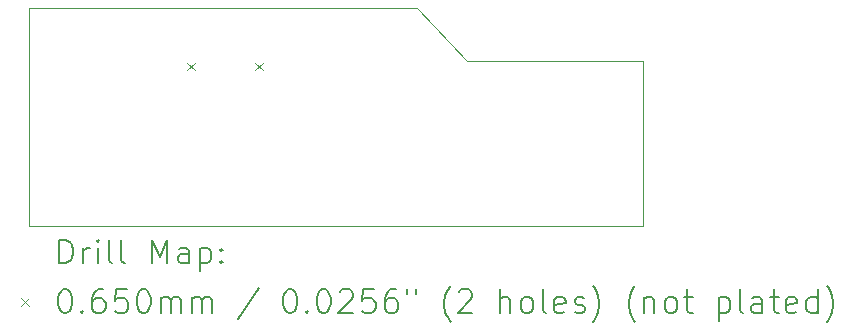
<source format=gbr>
%TF.GenerationSoftware,KiCad,Pcbnew,9.0.7-9.0.7~ubuntu24.04.1*%
%TF.CreationDate,2026-01-11T20:29:39+01:00*%
%TF.ProjectId,mfi,6d66692e-6b69-4636-9164-5f7063625858,rev?*%
%TF.SameCoordinates,Original*%
%TF.FileFunction,Drillmap*%
%TF.FilePolarity,Positive*%
%FSLAX45Y45*%
G04 Gerber Fmt 4.5, Leading zero omitted, Abs format (unit mm)*
G04 Created by KiCad (PCBNEW 9.0.7-9.0.7~ubuntu24.04.1) date 2026-01-11 20:29:39*
%MOMM*%
%LPD*%
G01*
G04 APERTURE LIST*
%ADD10C,0.010000*%
%ADD11C,0.200000*%
%ADD12C,0.100000*%
G04 APERTURE END LIST*
D10*
X13710000Y-11600000D02*
X15200000Y-11600000D01*
X13290000Y-11150000D02*
X13710000Y-11600000D01*
X10000000Y-13000000D02*
X15200000Y-13000000D01*
X10000000Y-11150000D02*
X13290000Y-11150000D01*
X15200000Y-11600000D02*
X15200000Y-13000000D01*
X10000000Y-11150000D02*
X10000000Y-13000000D01*
D11*
D12*
X11339500Y-11612500D02*
X11404500Y-11677500D01*
X11404500Y-11612500D02*
X11339500Y-11677500D01*
X11917500Y-11612500D02*
X11982500Y-11677500D01*
X11982500Y-11612500D02*
X11917500Y-11677500D01*
D11*
X10260277Y-13311984D02*
X10260277Y-13111984D01*
X10260277Y-13111984D02*
X10307896Y-13111984D01*
X10307896Y-13111984D02*
X10336467Y-13121508D01*
X10336467Y-13121508D02*
X10355515Y-13140555D01*
X10355515Y-13140555D02*
X10365039Y-13159603D01*
X10365039Y-13159603D02*
X10374563Y-13197698D01*
X10374563Y-13197698D02*
X10374563Y-13226269D01*
X10374563Y-13226269D02*
X10365039Y-13264365D01*
X10365039Y-13264365D02*
X10355515Y-13283412D01*
X10355515Y-13283412D02*
X10336467Y-13302460D01*
X10336467Y-13302460D02*
X10307896Y-13311984D01*
X10307896Y-13311984D02*
X10260277Y-13311984D01*
X10460277Y-13311984D02*
X10460277Y-13178650D01*
X10460277Y-13216746D02*
X10469801Y-13197698D01*
X10469801Y-13197698D02*
X10479324Y-13188174D01*
X10479324Y-13188174D02*
X10498372Y-13178650D01*
X10498372Y-13178650D02*
X10517420Y-13178650D01*
X10584086Y-13311984D02*
X10584086Y-13178650D01*
X10584086Y-13111984D02*
X10574563Y-13121508D01*
X10574563Y-13121508D02*
X10584086Y-13131031D01*
X10584086Y-13131031D02*
X10593610Y-13121508D01*
X10593610Y-13121508D02*
X10584086Y-13111984D01*
X10584086Y-13111984D02*
X10584086Y-13131031D01*
X10707896Y-13311984D02*
X10688848Y-13302460D01*
X10688848Y-13302460D02*
X10679324Y-13283412D01*
X10679324Y-13283412D02*
X10679324Y-13111984D01*
X10812658Y-13311984D02*
X10793610Y-13302460D01*
X10793610Y-13302460D02*
X10784086Y-13283412D01*
X10784086Y-13283412D02*
X10784086Y-13111984D01*
X11041229Y-13311984D02*
X11041229Y-13111984D01*
X11041229Y-13111984D02*
X11107896Y-13254841D01*
X11107896Y-13254841D02*
X11174563Y-13111984D01*
X11174563Y-13111984D02*
X11174563Y-13311984D01*
X11355515Y-13311984D02*
X11355515Y-13207222D01*
X11355515Y-13207222D02*
X11345991Y-13188174D01*
X11345991Y-13188174D02*
X11326943Y-13178650D01*
X11326943Y-13178650D02*
X11288848Y-13178650D01*
X11288848Y-13178650D02*
X11269801Y-13188174D01*
X11355515Y-13302460D02*
X11336467Y-13311984D01*
X11336467Y-13311984D02*
X11288848Y-13311984D01*
X11288848Y-13311984D02*
X11269801Y-13302460D01*
X11269801Y-13302460D02*
X11260277Y-13283412D01*
X11260277Y-13283412D02*
X11260277Y-13264365D01*
X11260277Y-13264365D02*
X11269801Y-13245317D01*
X11269801Y-13245317D02*
X11288848Y-13235793D01*
X11288848Y-13235793D02*
X11336467Y-13235793D01*
X11336467Y-13235793D02*
X11355515Y-13226269D01*
X11450753Y-13178650D02*
X11450753Y-13378650D01*
X11450753Y-13188174D02*
X11469801Y-13178650D01*
X11469801Y-13178650D02*
X11507896Y-13178650D01*
X11507896Y-13178650D02*
X11526943Y-13188174D01*
X11526943Y-13188174D02*
X11536467Y-13197698D01*
X11536467Y-13197698D02*
X11545991Y-13216746D01*
X11545991Y-13216746D02*
X11545991Y-13273888D01*
X11545991Y-13273888D02*
X11536467Y-13292936D01*
X11536467Y-13292936D02*
X11526943Y-13302460D01*
X11526943Y-13302460D02*
X11507896Y-13311984D01*
X11507896Y-13311984D02*
X11469801Y-13311984D01*
X11469801Y-13311984D02*
X11450753Y-13302460D01*
X11631705Y-13292936D02*
X11641229Y-13302460D01*
X11641229Y-13302460D02*
X11631705Y-13311984D01*
X11631705Y-13311984D02*
X11622182Y-13302460D01*
X11622182Y-13302460D02*
X11631705Y-13292936D01*
X11631705Y-13292936D02*
X11631705Y-13311984D01*
X11631705Y-13188174D02*
X11641229Y-13197698D01*
X11641229Y-13197698D02*
X11631705Y-13207222D01*
X11631705Y-13207222D02*
X11622182Y-13197698D01*
X11622182Y-13197698D02*
X11631705Y-13188174D01*
X11631705Y-13188174D02*
X11631705Y-13207222D01*
D12*
X9934500Y-13608000D02*
X9999500Y-13673000D01*
X9999500Y-13608000D02*
X9934500Y-13673000D01*
D11*
X10298372Y-13531984D02*
X10317420Y-13531984D01*
X10317420Y-13531984D02*
X10336467Y-13541508D01*
X10336467Y-13541508D02*
X10345991Y-13551031D01*
X10345991Y-13551031D02*
X10355515Y-13570079D01*
X10355515Y-13570079D02*
X10365039Y-13608174D01*
X10365039Y-13608174D02*
X10365039Y-13655793D01*
X10365039Y-13655793D02*
X10355515Y-13693888D01*
X10355515Y-13693888D02*
X10345991Y-13712936D01*
X10345991Y-13712936D02*
X10336467Y-13722460D01*
X10336467Y-13722460D02*
X10317420Y-13731984D01*
X10317420Y-13731984D02*
X10298372Y-13731984D01*
X10298372Y-13731984D02*
X10279324Y-13722460D01*
X10279324Y-13722460D02*
X10269801Y-13712936D01*
X10269801Y-13712936D02*
X10260277Y-13693888D01*
X10260277Y-13693888D02*
X10250753Y-13655793D01*
X10250753Y-13655793D02*
X10250753Y-13608174D01*
X10250753Y-13608174D02*
X10260277Y-13570079D01*
X10260277Y-13570079D02*
X10269801Y-13551031D01*
X10269801Y-13551031D02*
X10279324Y-13541508D01*
X10279324Y-13541508D02*
X10298372Y-13531984D01*
X10450753Y-13712936D02*
X10460277Y-13722460D01*
X10460277Y-13722460D02*
X10450753Y-13731984D01*
X10450753Y-13731984D02*
X10441229Y-13722460D01*
X10441229Y-13722460D02*
X10450753Y-13712936D01*
X10450753Y-13712936D02*
X10450753Y-13731984D01*
X10631705Y-13531984D02*
X10593610Y-13531984D01*
X10593610Y-13531984D02*
X10574563Y-13541508D01*
X10574563Y-13541508D02*
X10565039Y-13551031D01*
X10565039Y-13551031D02*
X10545991Y-13579603D01*
X10545991Y-13579603D02*
X10536467Y-13617698D01*
X10536467Y-13617698D02*
X10536467Y-13693888D01*
X10536467Y-13693888D02*
X10545991Y-13712936D01*
X10545991Y-13712936D02*
X10555515Y-13722460D01*
X10555515Y-13722460D02*
X10574563Y-13731984D01*
X10574563Y-13731984D02*
X10612658Y-13731984D01*
X10612658Y-13731984D02*
X10631705Y-13722460D01*
X10631705Y-13722460D02*
X10641229Y-13712936D01*
X10641229Y-13712936D02*
X10650753Y-13693888D01*
X10650753Y-13693888D02*
X10650753Y-13646269D01*
X10650753Y-13646269D02*
X10641229Y-13627222D01*
X10641229Y-13627222D02*
X10631705Y-13617698D01*
X10631705Y-13617698D02*
X10612658Y-13608174D01*
X10612658Y-13608174D02*
X10574563Y-13608174D01*
X10574563Y-13608174D02*
X10555515Y-13617698D01*
X10555515Y-13617698D02*
X10545991Y-13627222D01*
X10545991Y-13627222D02*
X10536467Y-13646269D01*
X10831705Y-13531984D02*
X10736467Y-13531984D01*
X10736467Y-13531984D02*
X10726944Y-13627222D01*
X10726944Y-13627222D02*
X10736467Y-13617698D01*
X10736467Y-13617698D02*
X10755515Y-13608174D01*
X10755515Y-13608174D02*
X10803134Y-13608174D01*
X10803134Y-13608174D02*
X10822182Y-13617698D01*
X10822182Y-13617698D02*
X10831705Y-13627222D01*
X10831705Y-13627222D02*
X10841229Y-13646269D01*
X10841229Y-13646269D02*
X10841229Y-13693888D01*
X10841229Y-13693888D02*
X10831705Y-13712936D01*
X10831705Y-13712936D02*
X10822182Y-13722460D01*
X10822182Y-13722460D02*
X10803134Y-13731984D01*
X10803134Y-13731984D02*
X10755515Y-13731984D01*
X10755515Y-13731984D02*
X10736467Y-13722460D01*
X10736467Y-13722460D02*
X10726944Y-13712936D01*
X10965039Y-13531984D02*
X10984086Y-13531984D01*
X10984086Y-13531984D02*
X11003134Y-13541508D01*
X11003134Y-13541508D02*
X11012658Y-13551031D01*
X11012658Y-13551031D02*
X11022182Y-13570079D01*
X11022182Y-13570079D02*
X11031705Y-13608174D01*
X11031705Y-13608174D02*
X11031705Y-13655793D01*
X11031705Y-13655793D02*
X11022182Y-13693888D01*
X11022182Y-13693888D02*
X11012658Y-13712936D01*
X11012658Y-13712936D02*
X11003134Y-13722460D01*
X11003134Y-13722460D02*
X10984086Y-13731984D01*
X10984086Y-13731984D02*
X10965039Y-13731984D01*
X10965039Y-13731984D02*
X10945991Y-13722460D01*
X10945991Y-13722460D02*
X10936467Y-13712936D01*
X10936467Y-13712936D02*
X10926944Y-13693888D01*
X10926944Y-13693888D02*
X10917420Y-13655793D01*
X10917420Y-13655793D02*
X10917420Y-13608174D01*
X10917420Y-13608174D02*
X10926944Y-13570079D01*
X10926944Y-13570079D02*
X10936467Y-13551031D01*
X10936467Y-13551031D02*
X10945991Y-13541508D01*
X10945991Y-13541508D02*
X10965039Y-13531984D01*
X11117420Y-13731984D02*
X11117420Y-13598650D01*
X11117420Y-13617698D02*
X11126944Y-13608174D01*
X11126944Y-13608174D02*
X11145991Y-13598650D01*
X11145991Y-13598650D02*
X11174563Y-13598650D01*
X11174563Y-13598650D02*
X11193610Y-13608174D01*
X11193610Y-13608174D02*
X11203134Y-13627222D01*
X11203134Y-13627222D02*
X11203134Y-13731984D01*
X11203134Y-13627222D02*
X11212658Y-13608174D01*
X11212658Y-13608174D02*
X11231705Y-13598650D01*
X11231705Y-13598650D02*
X11260277Y-13598650D01*
X11260277Y-13598650D02*
X11279324Y-13608174D01*
X11279324Y-13608174D02*
X11288848Y-13627222D01*
X11288848Y-13627222D02*
X11288848Y-13731984D01*
X11384086Y-13731984D02*
X11384086Y-13598650D01*
X11384086Y-13617698D02*
X11393610Y-13608174D01*
X11393610Y-13608174D02*
X11412658Y-13598650D01*
X11412658Y-13598650D02*
X11441229Y-13598650D01*
X11441229Y-13598650D02*
X11460277Y-13608174D01*
X11460277Y-13608174D02*
X11469801Y-13627222D01*
X11469801Y-13627222D02*
X11469801Y-13731984D01*
X11469801Y-13627222D02*
X11479324Y-13608174D01*
X11479324Y-13608174D02*
X11498372Y-13598650D01*
X11498372Y-13598650D02*
X11526943Y-13598650D01*
X11526943Y-13598650D02*
X11545991Y-13608174D01*
X11545991Y-13608174D02*
X11555515Y-13627222D01*
X11555515Y-13627222D02*
X11555515Y-13731984D01*
X11945991Y-13522460D02*
X11774563Y-13779603D01*
X12203134Y-13531984D02*
X12222182Y-13531984D01*
X12222182Y-13531984D02*
X12241229Y-13541508D01*
X12241229Y-13541508D02*
X12250753Y-13551031D01*
X12250753Y-13551031D02*
X12260277Y-13570079D01*
X12260277Y-13570079D02*
X12269801Y-13608174D01*
X12269801Y-13608174D02*
X12269801Y-13655793D01*
X12269801Y-13655793D02*
X12260277Y-13693888D01*
X12260277Y-13693888D02*
X12250753Y-13712936D01*
X12250753Y-13712936D02*
X12241229Y-13722460D01*
X12241229Y-13722460D02*
X12222182Y-13731984D01*
X12222182Y-13731984D02*
X12203134Y-13731984D01*
X12203134Y-13731984D02*
X12184086Y-13722460D01*
X12184086Y-13722460D02*
X12174563Y-13712936D01*
X12174563Y-13712936D02*
X12165039Y-13693888D01*
X12165039Y-13693888D02*
X12155515Y-13655793D01*
X12155515Y-13655793D02*
X12155515Y-13608174D01*
X12155515Y-13608174D02*
X12165039Y-13570079D01*
X12165039Y-13570079D02*
X12174563Y-13551031D01*
X12174563Y-13551031D02*
X12184086Y-13541508D01*
X12184086Y-13541508D02*
X12203134Y-13531984D01*
X12355515Y-13712936D02*
X12365039Y-13722460D01*
X12365039Y-13722460D02*
X12355515Y-13731984D01*
X12355515Y-13731984D02*
X12345991Y-13722460D01*
X12345991Y-13722460D02*
X12355515Y-13712936D01*
X12355515Y-13712936D02*
X12355515Y-13731984D01*
X12488848Y-13531984D02*
X12507896Y-13531984D01*
X12507896Y-13531984D02*
X12526944Y-13541508D01*
X12526944Y-13541508D02*
X12536467Y-13551031D01*
X12536467Y-13551031D02*
X12545991Y-13570079D01*
X12545991Y-13570079D02*
X12555515Y-13608174D01*
X12555515Y-13608174D02*
X12555515Y-13655793D01*
X12555515Y-13655793D02*
X12545991Y-13693888D01*
X12545991Y-13693888D02*
X12536467Y-13712936D01*
X12536467Y-13712936D02*
X12526944Y-13722460D01*
X12526944Y-13722460D02*
X12507896Y-13731984D01*
X12507896Y-13731984D02*
X12488848Y-13731984D01*
X12488848Y-13731984D02*
X12469801Y-13722460D01*
X12469801Y-13722460D02*
X12460277Y-13712936D01*
X12460277Y-13712936D02*
X12450753Y-13693888D01*
X12450753Y-13693888D02*
X12441229Y-13655793D01*
X12441229Y-13655793D02*
X12441229Y-13608174D01*
X12441229Y-13608174D02*
X12450753Y-13570079D01*
X12450753Y-13570079D02*
X12460277Y-13551031D01*
X12460277Y-13551031D02*
X12469801Y-13541508D01*
X12469801Y-13541508D02*
X12488848Y-13531984D01*
X12631706Y-13551031D02*
X12641229Y-13541508D01*
X12641229Y-13541508D02*
X12660277Y-13531984D01*
X12660277Y-13531984D02*
X12707896Y-13531984D01*
X12707896Y-13531984D02*
X12726944Y-13541508D01*
X12726944Y-13541508D02*
X12736467Y-13551031D01*
X12736467Y-13551031D02*
X12745991Y-13570079D01*
X12745991Y-13570079D02*
X12745991Y-13589127D01*
X12745991Y-13589127D02*
X12736467Y-13617698D01*
X12736467Y-13617698D02*
X12622182Y-13731984D01*
X12622182Y-13731984D02*
X12745991Y-13731984D01*
X12926944Y-13531984D02*
X12831706Y-13531984D01*
X12831706Y-13531984D02*
X12822182Y-13627222D01*
X12822182Y-13627222D02*
X12831706Y-13617698D01*
X12831706Y-13617698D02*
X12850753Y-13608174D01*
X12850753Y-13608174D02*
X12898372Y-13608174D01*
X12898372Y-13608174D02*
X12917420Y-13617698D01*
X12917420Y-13617698D02*
X12926944Y-13627222D01*
X12926944Y-13627222D02*
X12936467Y-13646269D01*
X12936467Y-13646269D02*
X12936467Y-13693888D01*
X12936467Y-13693888D02*
X12926944Y-13712936D01*
X12926944Y-13712936D02*
X12917420Y-13722460D01*
X12917420Y-13722460D02*
X12898372Y-13731984D01*
X12898372Y-13731984D02*
X12850753Y-13731984D01*
X12850753Y-13731984D02*
X12831706Y-13722460D01*
X12831706Y-13722460D02*
X12822182Y-13712936D01*
X13107896Y-13531984D02*
X13069801Y-13531984D01*
X13069801Y-13531984D02*
X13050753Y-13541508D01*
X13050753Y-13541508D02*
X13041229Y-13551031D01*
X13041229Y-13551031D02*
X13022182Y-13579603D01*
X13022182Y-13579603D02*
X13012658Y-13617698D01*
X13012658Y-13617698D02*
X13012658Y-13693888D01*
X13012658Y-13693888D02*
X13022182Y-13712936D01*
X13022182Y-13712936D02*
X13031706Y-13722460D01*
X13031706Y-13722460D02*
X13050753Y-13731984D01*
X13050753Y-13731984D02*
X13088848Y-13731984D01*
X13088848Y-13731984D02*
X13107896Y-13722460D01*
X13107896Y-13722460D02*
X13117420Y-13712936D01*
X13117420Y-13712936D02*
X13126944Y-13693888D01*
X13126944Y-13693888D02*
X13126944Y-13646269D01*
X13126944Y-13646269D02*
X13117420Y-13627222D01*
X13117420Y-13627222D02*
X13107896Y-13617698D01*
X13107896Y-13617698D02*
X13088848Y-13608174D01*
X13088848Y-13608174D02*
X13050753Y-13608174D01*
X13050753Y-13608174D02*
X13031706Y-13617698D01*
X13031706Y-13617698D02*
X13022182Y-13627222D01*
X13022182Y-13627222D02*
X13012658Y-13646269D01*
X13203134Y-13531984D02*
X13203134Y-13570079D01*
X13279325Y-13531984D02*
X13279325Y-13570079D01*
X13574563Y-13808174D02*
X13565039Y-13798650D01*
X13565039Y-13798650D02*
X13545991Y-13770079D01*
X13545991Y-13770079D02*
X13536468Y-13751031D01*
X13536468Y-13751031D02*
X13526944Y-13722460D01*
X13526944Y-13722460D02*
X13517420Y-13674841D01*
X13517420Y-13674841D02*
X13517420Y-13636746D01*
X13517420Y-13636746D02*
X13526944Y-13589127D01*
X13526944Y-13589127D02*
X13536468Y-13560555D01*
X13536468Y-13560555D02*
X13545991Y-13541508D01*
X13545991Y-13541508D02*
X13565039Y-13512936D01*
X13565039Y-13512936D02*
X13574563Y-13503412D01*
X13641229Y-13551031D02*
X13650753Y-13541508D01*
X13650753Y-13541508D02*
X13669801Y-13531984D01*
X13669801Y-13531984D02*
X13717420Y-13531984D01*
X13717420Y-13531984D02*
X13736468Y-13541508D01*
X13736468Y-13541508D02*
X13745991Y-13551031D01*
X13745991Y-13551031D02*
X13755515Y-13570079D01*
X13755515Y-13570079D02*
X13755515Y-13589127D01*
X13755515Y-13589127D02*
X13745991Y-13617698D01*
X13745991Y-13617698D02*
X13631706Y-13731984D01*
X13631706Y-13731984D02*
X13755515Y-13731984D01*
X13993610Y-13731984D02*
X13993610Y-13531984D01*
X14079325Y-13731984D02*
X14079325Y-13627222D01*
X14079325Y-13627222D02*
X14069801Y-13608174D01*
X14069801Y-13608174D02*
X14050753Y-13598650D01*
X14050753Y-13598650D02*
X14022182Y-13598650D01*
X14022182Y-13598650D02*
X14003134Y-13608174D01*
X14003134Y-13608174D02*
X13993610Y-13617698D01*
X14203134Y-13731984D02*
X14184087Y-13722460D01*
X14184087Y-13722460D02*
X14174563Y-13712936D01*
X14174563Y-13712936D02*
X14165039Y-13693888D01*
X14165039Y-13693888D02*
X14165039Y-13636746D01*
X14165039Y-13636746D02*
X14174563Y-13617698D01*
X14174563Y-13617698D02*
X14184087Y-13608174D01*
X14184087Y-13608174D02*
X14203134Y-13598650D01*
X14203134Y-13598650D02*
X14231706Y-13598650D01*
X14231706Y-13598650D02*
X14250753Y-13608174D01*
X14250753Y-13608174D02*
X14260277Y-13617698D01*
X14260277Y-13617698D02*
X14269801Y-13636746D01*
X14269801Y-13636746D02*
X14269801Y-13693888D01*
X14269801Y-13693888D02*
X14260277Y-13712936D01*
X14260277Y-13712936D02*
X14250753Y-13722460D01*
X14250753Y-13722460D02*
X14231706Y-13731984D01*
X14231706Y-13731984D02*
X14203134Y-13731984D01*
X14384087Y-13731984D02*
X14365039Y-13722460D01*
X14365039Y-13722460D02*
X14355515Y-13703412D01*
X14355515Y-13703412D02*
X14355515Y-13531984D01*
X14536468Y-13722460D02*
X14517420Y-13731984D01*
X14517420Y-13731984D02*
X14479325Y-13731984D01*
X14479325Y-13731984D02*
X14460277Y-13722460D01*
X14460277Y-13722460D02*
X14450753Y-13703412D01*
X14450753Y-13703412D02*
X14450753Y-13627222D01*
X14450753Y-13627222D02*
X14460277Y-13608174D01*
X14460277Y-13608174D02*
X14479325Y-13598650D01*
X14479325Y-13598650D02*
X14517420Y-13598650D01*
X14517420Y-13598650D02*
X14536468Y-13608174D01*
X14536468Y-13608174D02*
X14545991Y-13627222D01*
X14545991Y-13627222D02*
X14545991Y-13646269D01*
X14545991Y-13646269D02*
X14450753Y-13665317D01*
X14622182Y-13722460D02*
X14641230Y-13731984D01*
X14641230Y-13731984D02*
X14679325Y-13731984D01*
X14679325Y-13731984D02*
X14698372Y-13722460D01*
X14698372Y-13722460D02*
X14707896Y-13703412D01*
X14707896Y-13703412D02*
X14707896Y-13693888D01*
X14707896Y-13693888D02*
X14698372Y-13674841D01*
X14698372Y-13674841D02*
X14679325Y-13665317D01*
X14679325Y-13665317D02*
X14650753Y-13665317D01*
X14650753Y-13665317D02*
X14631706Y-13655793D01*
X14631706Y-13655793D02*
X14622182Y-13636746D01*
X14622182Y-13636746D02*
X14622182Y-13627222D01*
X14622182Y-13627222D02*
X14631706Y-13608174D01*
X14631706Y-13608174D02*
X14650753Y-13598650D01*
X14650753Y-13598650D02*
X14679325Y-13598650D01*
X14679325Y-13598650D02*
X14698372Y-13608174D01*
X14774563Y-13808174D02*
X14784087Y-13798650D01*
X14784087Y-13798650D02*
X14803134Y-13770079D01*
X14803134Y-13770079D02*
X14812658Y-13751031D01*
X14812658Y-13751031D02*
X14822182Y-13722460D01*
X14822182Y-13722460D02*
X14831706Y-13674841D01*
X14831706Y-13674841D02*
X14831706Y-13636746D01*
X14831706Y-13636746D02*
X14822182Y-13589127D01*
X14822182Y-13589127D02*
X14812658Y-13560555D01*
X14812658Y-13560555D02*
X14803134Y-13541508D01*
X14803134Y-13541508D02*
X14784087Y-13512936D01*
X14784087Y-13512936D02*
X14774563Y-13503412D01*
X15136468Y-13808174D02*
X15126944Y-13798650D01*
X15126944Y-13798650D02*
X15107896Y-13770079D01*
X15107896Y-13770079D02*
X15098372Y-13751031D01*
X15098372Y-13751031D02*
X15088849Y-13722460D01*
X15088849Y-13722460D02*
X15079325Y-13674841D01*
X15079325Y-13674841D02*
X15079325Y-13636746D01*
X15079325Y-13636746D02*
X15088849Y-13589127D01*
X15088849Y-13589127D02*
X15098372Y-13560555D01*
X15098372Y-13560555D02*
X15107896Y-13541508D01*
X15107896Y-13541508D02*
X15126944Y-13512936D01*
X15126944Y-13512936D02*
X15136468Y-13503412D01*
X15212658Y-13598650D02*
X15212658Y-13731984D01*
X15212658Y-13617698D02*
X15222182Y-13608174D01*
X15222182Y-13608174D02*
X15241230Y-13598650D01*
X15241230Y-13598650D02*
X15269801Y-13598650D01*
X15269801Y-13598650D02*
X15288849Y-13608174D01*
X15288849Y-13608174D02*
X15298372Y-13627222D01*
X15298372Y-13627222D02*
X15298372Y-13731984D01*
X15422182Y-13731984D02*
X15403134Y-13722460D01*
X15403134Y-13722460D02*
X15393611Y-13712936D01*
X15393611Y-13712936D02*
X15384087Y-13693888D01*
X15384087Y-13693888D02*
X15384087Y-13636746D01*
X15384087Y-13636746D02*
X15393611Y-13617698D01*
X15393611Y-13617698D02*
X15403134Y-13608174D01*
X15403134Y-13608174D02*
X15422182Y-13598650D01*
X15422182Y-13598650D02*
X15450753Y-13598650D01*
X15450753Y-13598650D02*
X15469801Y-13608174D01*
X15469801Y-13608174D02*
X15479325Y-13617698D01*
X15479325Y-13617698D02*
X15488849Y-13636746D01*
X15488849Y-13636746D02*
X15488849Y-13693888D01*
X15488849Y-13693888D02*
X15479325Y-13712936D01*
X15479325Y-13712936D02*
X15469801Y-13722460D01*
X15469801Y-13722460D02*
X15450753Y-13731984D01*
X15450753Y-13731984D02*
X15422182Y-13731984D01*
X15545992Y-13598650D02*
X15622182Y-13598650D01*
X15574563Y-13531984D02*
X15574563Y-13703412D01*
X15574563Y-13703412D02*
X15584087Y-13722460D01*
X15584087Y-13722460D02*
X15603134Y-13731984D01*
X15603134Y-13731984D02*
X15622182Y-13731984D01*
X15841230Y-13598650D02*
X15841230Y-13798650D01*
X15841230Y-13608174D02*
X15860277Y-13598650D01*
X15860277Y-13598650D02*
X15898373Y-13598650D01*
X15898373Y-13598650D02*
X15917420Y-13608174D01*
X15917420Y-13608174D02*
X15926944Y-13617698D01*
X15926944Y-13617698D02*
X15936468Y-13636746D01*
X15936468Y-13636746D02*
X15936468Y-13693888D01*
X15936468Y-13693888D02*
X15926944Y-13712936D01*
X15926944Y-13712936D02*
X15917420Y-13722460D01*
X15917420Y-13722460D02*
X15898373Y-13731984D01*
X15898373Y-13731984D02*
X15860277Y-13731984D01*
X15860277Y-13731984D02*
X15841230Y-13722460D01*
X16050753Y-13731984D02*
X16031706Y-13722460D01*
X16031706Y-13722460D02*
X16022182Y-13703412D01*
X16022182Y-13703412D02*
X16022182Y-13531984D01*
X16212658Y-13731984D02*
X16212658Y-13627222D01*
X16212658Y-13627222D02*
X16203134Y-13608174D01*
X16203134Y-13608174D02*
X16184087Y-13598650D01*
X16184087Y-13598650D02*
X16145992Y-13598650D01*
X16145992Y-13598650D02*
X16126944Y-13608174D01*
X16212658Y-13722460D02*
X16193611Y-13731984D01*
X16193611Y-13731984D02*
X16145992Y-13731984D01*
X16145992Y-13731984D02*
X16126944Y-13722460D01*
X16126944Y-13722460D02*
X16117420Y-13703412D01*
X16117420Y-13703412D02*
X16117420Y-13684365D01*
X16117420Y-13684365D02*
X16126944Y-13665317D01*
X16126944Y-13665317D02*
X16145992Y-13655793D01*
X16145992Y-13655793D02*
X16193611Y-13655793D01*
X16193611Y-13655793D02*
X16212658Y-13646269D01*
X16279325Y-13598650D02*
X16355515Y-13598650D01*
X16307896Y-13531984D02*
X16307896Y-13703412D01*
X16307896Y-13703412D02*
X16317420Y-13722460D01*
X16317420Y-13722460D02*
X16336468Y-13731984D01*
X16336468Y-13731984D02*
X16355515Y-13731984D01*
X16498373Y-13722460D02*
X16479325Y-13731984D01*
X16479325Y-13731984D02*
X16441230Y-13731984D01*
X16441230Y-13731984D02*
X16422182Y-13722460D01*
X16422182Y-13722460D02*
X16412658Y-13703412D01*
X16412658Y-13703412D02*
X16412658Y-13627222D01*
X16412658Y-13627222D02*
X16422182Y-13608174D01*
X16422182Y-13608174D02*
X16441230Y-13598650D01*
X16441230Y-13598650D02*
X16479325Y-13598650D01*
X16479325Y-13598650D02*
X16498373Y-13608174D01*
X16498373Y-13608174D02*
X16507896Y-13627222D01*
X16507896Y-13627222D02*
X16507896Y-13646269D01*
X16507896Y-13646269D02*
X16412658Y-13665317D01*
X16679325Y-13731984D02*
X16679325Y-13531984D01*
X16679325Y-13722460D02*
X16660277Y-13731984D01*
X16660277Y-13731984D02*
X16622182Y-13731984D01*
X16622182Y-13731984D02*
X16603134Y-13722460D01*
X16603134Y-13722460D02*
X16593611Y-13712936D01*
X16593611Y-13712936D02*
X16584087Y-13693888D01*
X16584087Y-13693888D02*
X16584087Y-13636746D01*
X16584087Y-13636746D02*
X16593611Y-13617698D01*
X16593611Y-13617698D02*
X16603134Y-13608174D01*
X16603134Y-13608174D02*
X16622182Y-13598650D01*
X16622182Y-13598650D02*
X16660277Y-13598650D01*
X16660277Y-13598650D02*
X16679325Y-13608174D01*
X16755515Y-13808174D02*
X16765039Y-13798650D01*
X16765039Y-13798650D02*
X16784087Y-13770079D01*
X16784087Y-13770079D02*
X16793611Y-13751031D01*
X16793611Y-13751031D02*
X16803135Y-13722460D01*
X16803135Y-13722460D02*
X16812658Y-13674841D01*
X16812658Y-13674841D02*
X16812658Y-13636746D01*
X16812658Y-13636746D02*
X16803135Y-13589127D01*
X16803135Y-13589127D02*
X16793611Y-13560555D01*
X16793611Y-13560555D02*
X16784087Y-13541508D01*
X16784087Y-13541508D02*
X16765039Y-13512936D01*
X16765039Y-13512936D02*
X16755515Y-13503412D01*
M02*

</source>
